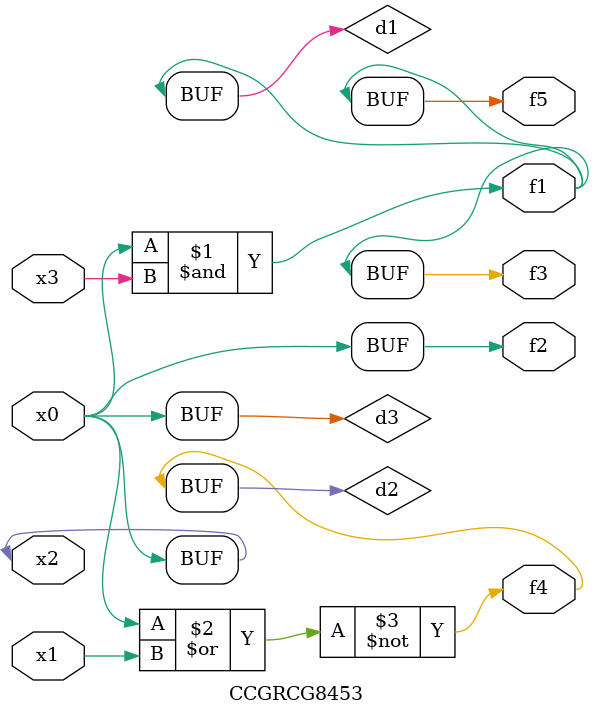
<source format=v>
module CCGRCG8453(
	input x0, x1, x2, x3,
	output f1, f2, f3, f4, f5
);

	wire d1, d2, d3;

	and (d1, x2, x3);
	nor (d2, x0, x1);
	buf (d3, x0, x2);
	assign f1 = d1;
	assign f2 = d3;
	assign f3 = d1;
	assign f4 = d2;
	assign f5 = d1;
endmodule

</source>
